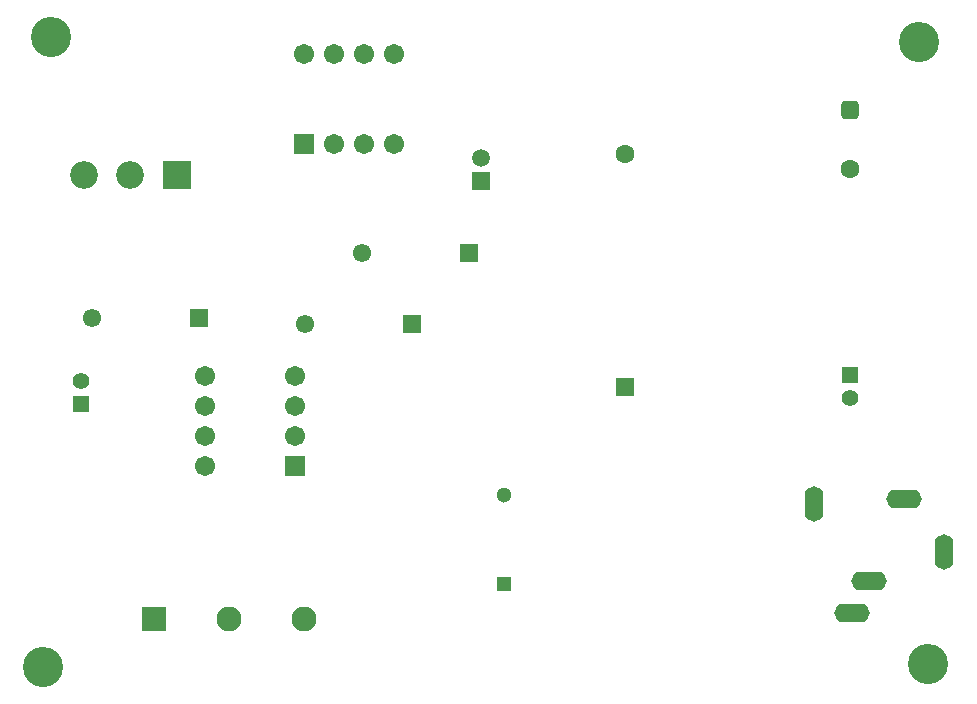
<source format=gts>
G04*
G04 #@! TF.GenerationSoftware,Altium Limited,Altium Designer,25.2.1 (25)*
G04*
G04 Layer_Color=8388736*
%FSLAX25Y25*%
%MOIN*%
G70*
G04*
G04 #@! TF.SameCoordinates,C35E73BE-C39F-499D-9B8D-0DC63BFC9BBD*
G04*
G04*
G04 #@! TF.FilePolarity,Negative*
G04*
G01*
G75*
%ADD17C,0.13398*%
%ADD18C,0.08280*%
%ADD19R,0.08280X0.08280*%
%ADD20C,0.09265*%
%ADD21R,0.09265X0.09265*%
%ADD22C,0.06312*%
G04:AMPARAMS|DCode=23|XSize=63.12mil|YSize=63.12mil|CornerRadius=17.78mil|HoleSize=0mil|Usage=FLASHONLY|Rotation=90.000|XOffset=0mil|YOffset=0mil|HoleType=Round|Shape=RoundedRectangle|*
%AMROUNDEDRECTD23*
21,1,0.06312,0.02756,0,0,90.0*
21,1,0.02756,0.06312,0,0,90.0*
1,1,0.03556,0.01378,0.01378*
1,1,0.03556,0.01378,-0.01378*
1,1,0.03556,-0.01378,-0.01378*
1,1,0.03556,-0.01378,0.01378*
%
%ADD23ROUNDEDRECTD23*%
%ADD24R,0.06115X0.06115*%
%ADD25C,0.06115*%
%ADD26C,0.05472*%
%ADD27R,0.05472X0.05472*%
%ADD28R,0.06706X0.06706*%
%ADD29C,0.06706*%
%ADD30C,0.06300*%
%ADD31R,0.06300X0.06300*%
%ADD32R,0.05918X0.05918*%
%ADD33C,0.05918*%
%ADD34O,0.06312X0.11824*%
%ADD35O,0.11824X0.06312*%
%ADD36C,0.05118*%
%ADD37R,0.05118X0.05118*%
%ADD38R,0.06706X0.06706*%
D17*
X113000Y321000D02*
D03*
X110500Y111000D02*
D03*
X405500Y112000D02*
D03*
X402500Y319500D02*
D03*
D18*
X172500Y127000D02*
D03*
X197500D02*
D03*
D19*
X147500D02*
D03*
D20*
X123909Y275000D02*
D03*
X139500D02*
D03*
D21*
X155091D02*
D03*
D22*
X379500Y277157D02*
D03*
D23*
Y296843D02*
D03*
D24*
X162216Y227500D02*
D03*
X252217Y249000D02*
D03*
X233217Y225500D02*
D03*
D25*
X126784Y227500D02*
D03*
X216783Y249000D02*
D03*
X197784Y225500D02*
D03*
D26*
X379500Y200626D02*
D03*
X123000Y206500D02*
D03*
D27*
X379500Y208500D02*
D03*
X123000Y198626D02*
D03*
D28*
X197500Y285500D02*
D03*
D29*
X207500D02*
D03*
X217500D02*
D03*
X227500D02*
D03*
X197500Y315500D02*
D03*
X207500D02*
D03*
X217500D02*
D03*
X227500D02*
D03*
X194500Y188000D02*
D03*
Y198000D02*
D03*
Y208000D02*
D03*
X164500Y178000D02*
D03*
Y188000D02*
D03*
Y198000D02*
D03*
Y208000D02*
D03*
D30*
X304500Y282200D02*
D03*
D31*
Y204500D02*
D03*
D32*
X256500Y273000D02*
D03*
D33*
Y280874D02*
D03*
D34*
X410795Y149484D02*
D03*
X367488Y165232D02*
D03*
D35*
X380087Y129012D02*
D03*
X385598Y139642D02*
D03*
X397410Y167201D02*
D03*
D36*
X264000Y168264D02*
D03*
D37*
Y138736D02*
D03*
D38*
X194500Y178000D02*
D03*
M02*

</source>
